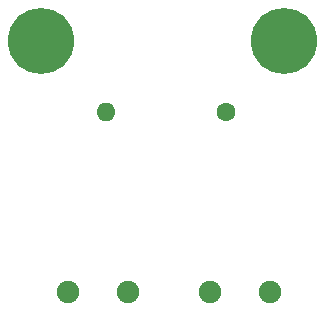
<source format=gbr>
%TF.GenerationSoftware,KiCad,Pcbnew,8.0.2*%
%TF.CreationDate,2024-12-27T17:59:50+11:00*%
%TF.ProjectId,Shutter-TestPlatform,53687574-7465-4722-9d54-657374506c61,rev?*%
%TF.SameCoordinates,Original*%
%TF.FileFunction,Soldermask,Bot*%
%TF.FilePolarity,Negative*%
%FSLAX46Y46*%
G04 Gerber Fmt 4.6, Leading zero omitted, Abs format (unit mm)*
G04 Created by KiCad (PCBNEW 8.0.2) date 2024-12-27 17:59:50*
%MOMM*%
%LPD*%
G01*
G04 APERTURE LIST*
%ADD10C,1.600000*%
%ADD11O,1.600000X1.600000*%
%ADD12C,5.600000*%
%ADD13C,1.905000*%
G04 APERTURE END LIST*
D10*
%TO.C,R9*%
X170580000Y-81750000D03*
D11*
X160420000Y-81750000D03*
%TD*%
D12*
%TO.C,H1*%
X154900000Y-75700000D03*
%TD*%
D13*
%TO.C,J2*%
X169210000Y-97000000D03*
X174290000Y-97000000D03*
%TD*%
D12*
%TO.C,H2*%
X175500000Y-75750000D03*
%TD*%
D13*
%TO.C,J1*%
X157210000Y-97000000D03*
X162290000Y-97000000D03*
%TD*%
M02*

</source>
